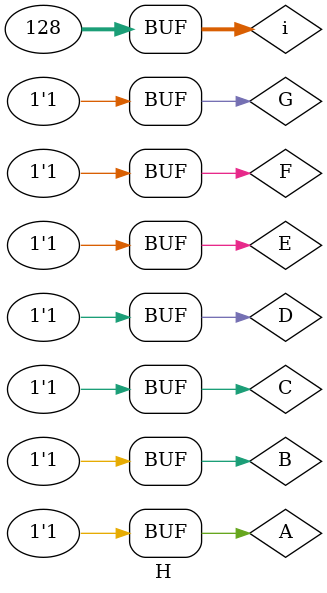
<source format=v>
`timescale 1ns / 1ps


module H;

	// Inputs
	reg A;
	reg B;
	reg C;
	reg D;
	reg E;
	reg F;
	reg G;

	// Outputs
	wire Sa;
	wire Sb;
	wire Sc;
	wire Sd;
	wire Se;
	wire Sf;
	wire Sg;
	wire Sh;
	wire Si;
	wire Sj;
	wire Sk;

   // For counter
   integer i;
	
	// Instantiate the Unit Under Test (UUT)
	truthtable uut (
		.Sa(Sa), 
		.Sb(Sb), 
		.Sc(Sc), 
		.Sd(Sd), 
		.Se(Se), 
		.Sf(Sf), 
		.Sg(Sg), 
		.Sh(Sh), 
		.Si(Si), 
		.Sj(Sj), 
		.Sk(Sk), 
		.A(A), 
		.B(B), 
		.C(C), 
		.D(D), 
		.E(E), 
		.F(F), 
		.G(G)
	);

	initial begin
		// Initialize Inputs
		A = 0;
		B = 0;
		C = 0;
		D = 0;
		E = 0;
		F = 0;
		G = 0;

		// Wait 100 ns for global reset to finish
		#100;
        
				
		for (i=0; i<128; i = i+1) begin
		
			
		A = i[6];
		B = i[5];
		C = i[4];
		D = i[3];
		E = i[2];
		F = i[1];
		G = i[0];
					
		#100;
		
		end
		
			
      		
	end
      
endmodule


</source>
